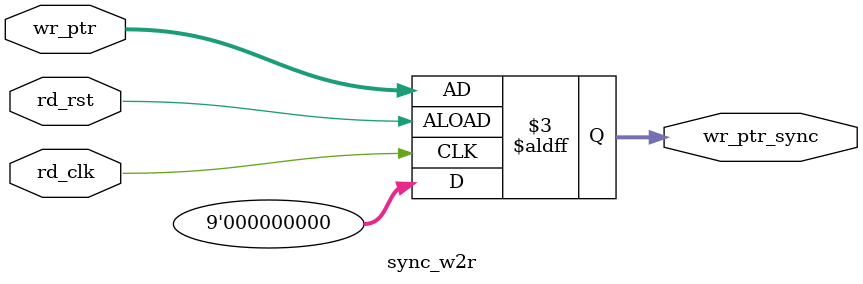
<source format=v>



module sync_w2r #(parameter add_size = 8)
(output reg [add_size:0] wr_ptr_sync,   //  write pointer after synchronization 
input [add_size:0] wr_ptr, //  write pointer before synchronization 
input rd_clk, rd_rst);  // read clock, rad reset

// Module body
// -----synchronize write to read module  registers and wires--------
reg [add_size:0] wq1_rptr;   // read pointer after first clock of synchronization
	
// ------synchronized write pointer assignment-------
always @(posedge rd_clk or posedge rd_rst)
if (!rd_rst)
begin
wr_ptr_sync<=0;
end
else 
begin
wr_ptr_sync <=wr_ptr;
end
endmodule

</source>
